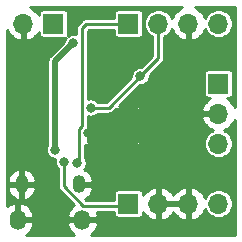
<source format=gbl>
%TF.GenerationSoftware,KiCad,Pcbnew,(5.1.10)-1*%
%TF.CreationDate,2021-06-21T20:23:21-05:00*%
%TF.ProjectId,USB_Dual_Supply,5553425f-4475-4616-9c5f-537570706c79,rev?*%
%TF.SameCoordinates,Original*%
%TF.FileFunction,Copper,L2,Bot*%
%TF.FilePolarity,Positive*%
%FSLAX46Y46*%
G04 Gerber Fmt 4.6, Leading zero omitted, Abs format (unit mm)*
G04 Created by KiCad (PCBNEW (5.1.10)-1) date 2021-06-21 20:23:21*
%MOMM*%
%LPD*%
G01*
G04 APERTURE LIST*
%TA.AperFunction,ComponentPad*%
%ADD10C,0.600000*%
%TD*%
%TA.AperFunction,SMDPad,CuDef*%
%ADD11R,2.650000X1.000000*%
%TD*%
%TA.AperFunction,ComponentPad*%
%ADD12O,1.100000X1.500000*%
%TD*%
%TA.AperFunction,ComponentPad*%
%ADD13O,1.350000X1.700000*%
%TD*%
%TA.AperFunction,ComponentPad*%
%ADD14R,1.700000X1.700000*%
%TD*%
%TA.AperFunction,ComponentPad*%
%ADD15O,1.700000X1.700000*%
%TD*%
%TA.AperFunction,ViaPad*%
%ADD16C,0.800000*%
%TD*%
%TA.AperFunction,Conductor*%
%ADD17C,0.254000*%
%TD*%
%TA.AperFunction,Conductor*%
%ADD18C,0.500000*%
%TD*%
%TA.AperFunction,Conductor*%
%ADD19C,0.250000*%
%TD*%
%TA.AperFunction,Conductor*%
%ADD20C,0.100000*%
%TD*%
G04 APERTURE END LIST*
D10*
%TO.P,U1,13*%
%TO.N,GND*%
X139446000Y-116332000D03*
X138446000Y-116332000D03*
X140446000Y-116332000D03*
D11*
X139446000Y-116332000D03*
%TD*%
D12*
%TO.P,J1,6*%
%TO.N,GND*%
X131667000Y-121559000D03*
X136507000Y-121559000D03*
D13*
X131357000Y-124559000D03*
X136817000Y-124559000D03*
%TD*%
D14*
%TO.P,J2,1*%
%TO.N,/VIN*%
X134366000Y-107950000D03*
D15*
%TO.P,J2,2*%
%TO.N,GND*%
X131826000Y-107950000D03*
%TD*%
D14*
%TO.P,J3,1*%
%TO.N,/USB_D+*%
X140716000Y-107950000D03*
D15*
%TO.P,J3,2*%
%TO.N,/VIN*%
X143256000Y-107950000D03*
%TO.P,J3,3*%
%TO.N,GND*%
X145796000Y-107950000D03*
%TO.P,J3,4*%
%TO.N,/VDD*%
X148336000Y-107950000D03*
%TD*%
%TO.P,J4,4*%
%TO.N,/VSS*%
X148336000Y-123190000D03*
%TO.P,J4,3*%
%TO.N,GND*%
X145796000Y-123190000D03*
%TO.P,J4,2*%
X143256000Y-123190000D03*
D14*
%TO.P,J4,1*%
%TO.N,/USB_D-*%
X140716000Y-123190000D03*
%TD*%
%TO.P,J5,1*%
%TO.N,/VDD*%
X148336000Y-113030000D03*
D15*
%TO.P,J5,2*%
%TO.N,GND*%
X148336000Y-115570000D03*
%TO.P,J5,3*%
%TO.N,/VSS*%
X148336000Y-118110000D03*
%TD*%
D16*
%TO.N,/VIN*%
X134491001Y-118619999D03*
X141732000Y-112395000D03*
X137504010Y-115062000D03*
X136017000Y-109600998D03*
%TO.N,GND*%
X139446000Y-111633000D03*
X147193000Y-111125000D03*
X143129000Y-120650000D03*
X137287000Y-117221000D03*
%TO.N,/USB_D-*%
X135255000Y-119634010D03*
%TO.N,/USB_D+*%
X136398000Y-119761000D03*
%TD*%
D17*
%TO.N,/VIN*%
X143256000Y-107950000D02*
X143256000Y-110871000D01*
X143256000Y-110871000D02*
X141732000Y-112395000D01*
X141732000Y-112395000D02*
X139065000Y-115062000D01*
X139065000Y-115062000D02*
X137504010Y-115062000D01*
D18*
X134491001Y-118619999D02*
X134491001Y-111126997D01*
X134491001Y-111126997D02*
X136017000Y-109600998D01*
D19*
%TO.N,/USB_D-*%
X135255000Y-121744451D02*
X135255000Y-119634010D01*
X136894539Y-123383990D02*
X135255000Y-121744451D01*
X140522010Y-123383990D02*
X136894539Y-123383990D01*
X140716000Y-123190000D02*
X140522010Y-123383990D01*
%TO.N,/USB_D+*%
X137160000Y-107950000D02*
X140716000Y-107950000D01*
X136779000Y-108331000D02*
X137160000Y-107950000D01*
X136779000Y-116655998D02*
X136779000Y-108331000D01*
X136561999Y-116872999D02*
X136779000Y-116655998D01*
X136561999Y-119597001D02*
X136561999Y-116872999D01*
X136398000Y-119761000D02*
X136561999Y-119597001D01*
%TD*%
D17*
%TO.N,GND*%
X149708000Y-115013782D02*
X149607641Y-114803080D01*
X149433588Y-114569731D01*
X149217355Y-114374822D01*
X149029367Y-114262843D01*
X149186000Y-114262843D01*
X149260689Y-114255487D01*
X149332508Y-114233701D01*
X149398696Y-114198322D01*
X149456711Y-114150711D01*
X149504322Y-114092696D01*
X149539701Y-114026508D01*
X149561487Y-113954689D01*
X149568843Y-113880000D01*
X149568843Y-112180000D01*
X149561487Y-112105311D01*
X149539701Y-112033492D01*
X149504322Y-111967304D01*
X149456711Y-111909289D01*
X149398696Y-111861678D01*
X149332508Y-111826299D01*
X149260689Y-111804513D01*
X149186000Y-111797157D01*
X147486000Y-111797157D01*
X147411311Y-111804513D01*
X147339492Y-111826299D01*
X147273304Y-111861678D01*
X147215289Y-111909289D01*
X147167678Y-111967304D01*
X147132299Y-112033492D01*
X147110513Y-112105311D01*
X147103157Y-112180000D01*
X147103157Y-113880000D01*
X147110513Y-113954689D01*
X147132299Y-114026508D01*
X147167678Y-114092696D01*
X147215289Y-114150711D01*
X147273304Y-114198322D01*
X147339492Y-114233701D01*
X147411311Y-114255487D01*
X147486000Y-114262843D01*
X147642633Y-114262843D01*
X147454645Y-114374822D01*
X147238412Y-114569731D01*
X147064359Y-114803080D01*
X146939175Y-115065901D01*
X146894524Y-115213110D01*
X147015845Y-115443000D01*
X148209000Y-115443000D01*
X148209000Y-115423000D01*
X148463000Y-115423000D01*
X148463000Y-115443000D01*
X148483000Y-115443000D01*
X148483000Y-115697000D01*
X148463000Y-115697000D01*
X148463000Y-115717000D01*
X148209000Y-115717000D01*
X148209000Y-115697000D01*
X147015845Y-115697000D01*
X146894524Y-115926890D01*
X146939175Y-116074099D01*
X147064359Y-116336920D01*
X147238412Y-116570269D01*
X147454645Y-116765178D01*
X147704748Y-116914157D01*
X147867168Y-116971772D01*
X147752903Y-117019102D01*
X147551283Y-117153820D01*
X147379820Y-117325283D01*
X147245102Y-117526903D01*
X147152307Y-117750931D01*
X147105000Y-117988757D01*
X147105000Y-118231243D01*
X147152307Y-118469069D01*
X147245102Y-118693097D01*
X147379820Y-118894717D01*
X147551283Y-119066180D01*
X147752903Y-119200898D01*
X147976931Y-119293693D01*
X148214757Y-119341000D01*
X148457243Y-119341000D01*
X148695069Y-119293693D01*
X148919097Y-119200898D01*
X149120717Y-119066180D01*
X149292180Y-118894717D01*
X149426898Y-118693097D01*
X149519693Y-118469069D01*
X149567000Y-118231243D01*
X149567000Y-117988757D01*
X149519693Y-117750931D01*
X149426898Y-117526903D01*
X149292180Y-117325283D01*
X149120717Y-117153820D01*
X148919097Y-117019102D01*
X148804832Y-116971772D01*
X148967252Y-116914157D01*
X149217355Y-116765178D01*
X149433588Y-116570269D01*
X149607641Y-116336920D01*
X149708000Y-116126217D01*
X149708001Y-125832000D01*
X137525798Y-125832000D01*
X137627196Y-125767478D01*
X137813250Y-125589559D01*
X137961019Y-125378761D01*
X138064824Y-125143185D01*
X138120675Y-124891884D01*
X137970573Y-124686000D01*
X136944000Y-124686000D01*
X136944000Y-124706000D01*
X136690000Y-124706000D01*
X136690000Y-124686000D01*
X135663427Y-124686000D01*
X135513325Y-124891884D01*
X135569176Y-125143185D01*
X135672981Y-125378761D01*
X135820750Y-125589559D01*
X136006804Y-125767478D01*
X136108202Y-125832000D01*
X132065798Y-125832000D01*
X132167196Y-125767478D01*
X132353250Y-125589559D01*
X132501019Y-125378761D01*
X132604824Y-125143185D01*
X132660675Y-124891884D01*
X132510573Y-124686000D01*
X131484000Y-124686000D01*
X131484000Y-124706000D01*
X131230000Y-124706000D01*
X131230000Y-124686000D01*
X131210000Y-124686000D01*
X131210000Y-124432000D01*
X131230000Y-124432000D01*
X131230000Y-123239776D01*
X131484000Y-123239776D01*
X131484000Y-124432000D01*
X132510573Y-124432000D01*
X132660675Y-124226116D01*
X132604824Y-123974815D01*
X132501019Y-123739239D01*
X132353250Y-123528441D01*
X132167196Y-123350522D01*
X131950007Y-123212319D01*
X131710029Y-123119143D01*
X131686400Y-123116090D01*
X131484000Y-123239776D01*
X131230000Y-123239776D01*
X131027600Y-123116090D01*
X131003971Y-123119143D01*
X130763993Y-123212319D01*
X130546804Y-123350522D01*
X130454000Y-123439268D01*
X130454000Y-121872884D01*
X130481316Y-121872884D01*
X130526316Y-122102011D01*
X130615152Y-122317957D01*
X130744410Y-122512422D01*
X130909123Y-122677934D01*
X131102961Y-122808131D01*
X131318474Y-122898011D01*
X131357256Y-122902803D01*
X131540000Y-122777361D01*
X131540000Y-121686000D01*
X131794000Y-121686000D01*
X131794000Y-122777361D01*
X131976744Y-122902803D01*
X132015526Y-122898011D01*
X132231039Y-122808131D01*
X132424877Y-122677934D01*
X132589590Y-122512422D01*
X132718848Y-122317957D01*
X132807684Y-122102011D01*
X132852684Y-121872884D01*
X132697152Y-121686000D01*
X131794000Y-121686000D01*
X131540000Y-121686000D01*
X130636848Y-121686000D01*
X130481316Y-121872884D01*
X130454000Y-121872884D01*
X130454000Y-121245116D01*
X130481316Y-121245116D01*
X130636848Y-121432000D01*
X131540000Y-121432000D01*
X131540000Y-120340639D01*
X131794000Y-120340639D01*
X131794000Y-121432000D01*
X132697152Y-121432000D01*
X132852684Y-121245116D01*
X132807684Y-121015989D01*
X132718848Y-120800043D01*
X132589590Y-120605578D01*
X132424877Y-120440066D01*
X132231039Y-120309869D01*
X132015526Y-120219989D01*
X131976744Y-120215197D01*
X131794000Y-120340639D01*
X131540000Y-120340639D01*
X131357256Y-120215197D01*
X131318474Y-120219989D01*
X131102961Y-120309869D01*
X130909123Y-120440066D01*
X130744410Y-120605578D01*
X130615152Y-120800043D01*
X130526316Y-121015989D01*
X130481316Y-121245116D01*
X130454000Y-121245116D01*
X130454000Y-108502761D01*
X130481843Y-108581252D01*
X130630822Y-108831355D01*
X130825731Y-109047588D01*
X131059080Y-109221641D01*
X131321901Y-109346825D01*
X131469110Y-109391476D01*
X131699000Y-109270155D01*
X131699000Y-108077000D01*
X131679000Y-108077000D01*
X131679000Y-107823000D01*
X131699000Y-107823000D01*
X131699000Y-107803000D01*
X131953000Y-107803000D01*
X131953000Y-107823000D01*
X131973000Y-107823000D01*
X131973000Y-108077000D01*
X131953000Y-108077000D01*
X131953000Y-109270155D01*
X132182890Y-109391476D01*
X132330099Y-109346825D01*
X132592920Y-109221641D01*
X132826269Y-109047588D01*
X133021178Y-108831355D01*
X133133157Y-108643367D01*
X133133157Y-108800000D01*
X133140513Y-108874689D01*
X133162299Y-108946508D01*
X133197678Y-109012696D01*
X133245289Y-109070711D01*
X133303304Y-109118322D01*
X133369492Y-109153701D01*
X133441311Y-109175487D01*
X133516000Y-109182843D01*
X135216000Y-109182843D01*
X135290689Y-109175487D01*
X135362508Y-109153701D01*
X135384388Y-109142005D01*
X135324887Y-109231056D01*
X135266013Y-109373189D01*
X135244553Y-109481077D01*
X134066734Y-110658896D01*
X134042659Y-110678654D01*
X134022901Y-110702729D01*
X134022898Y-110702732D01*
X133963805Y-110774737D01*
X133905212Y-110884356D01*
X133869131Y-111003300D01*
X133856949Y-111126997D01*
X133860002Y-111157997D01*
X133860001Y-118158594D01*
X133798888Y-118250057D01*
X133740014Y-118392190D01*
X133710001Y-118543077D01*
X133710001Y-118696921D01*
X133740014Y-118847808D01*
X133798888Y-118989941D01*
X133884359Y-119117858D01*
X133993142Y-119226641D01*
X134121059Y-119312112D01*
X134263192Y-119370986D01*
X134414079Y-119400999D01*
X134506168Y-119400999D01*
X134504013Y-119406201D01*
X134474000Y-119557088D01*
X134474000Y-119710932D01*
X134504013Y-119861819D01*
X134562887Y-120003952D01*
X134648358Y-120131869D01*
X134749001Y-120232512D01*
X134749000Y-121719605D01*
X134746553Y-121744451D01*
X134749000Y-121769297D01*
X134749000Y-121769304D01*
X134756322Y-121843643D01*
X134785255Y-121939025D01*
X134832241Y-122026930D01*
X134895473Y-122103978D01*
X134914785Y-122119827D01*
X136091552Y-123296595D01*
X136006804Y-123350522D01*
X135820750Y-123528441D01*
X135672981Y-123739239D01*
X135569176Y-123974815D01*
X135513325Y-124226116D01*
X135663427Y-124432000D01*
X136690000Y-124432000D01*
X136690000Y-124412000D01*
X136944000Y-124412000D01*
X136944000Y-124432000D01*
X137970573Y-124432000D01*
X138120675Y-124226116D01*
X138064824Y-123974815D01*
X138027446Y-123889990D01*
X139483157Y-123889990D01*
X139483157Y-124040000D01*
X139490513Y-124114689D01*
X139512299Y-124186508D01*
X139547678Y-124252696D01*
X139595289Y-124310711D01*
X139653304Y-124358322D01*
X139719492Y-124393701D01*
X139791311Y-124415487D01*
X139866000Y-124422843D01*
X141566000Y-124422843D01*
X141640689Y-124415487D01*
X141712508Y-124393701D01*
X141778696Y-124358322D01*
X141836711Y-124310711D01*
X141884322Y-124252696D01*
X141919701Y-124186508D01*
X141941487Y-124114689D01*
X141948843Y-124040000D01*
X141948843Y-123883367D01*
X142060822Y-124071355D01*
X142255731Y-124287588D01*
X142489080Y-124461641D01*
X142751901Y-124586825D01*
X142899110Y-124631476D01*
X143129000Y-124510155D01*
X143129000Y-123317000D01*
X143383000Y-123317000D01*
X143383000Y-124510155D01*
X143612890Y-124631476D01*
X143760099Y-124586825D01*
X144022920Y-124461641D01*
X144256269Y-124287588D01*
X144451178Y-124071355D01*
X144526000Y-123945745D01*
X144600822Y-124071355D01*
X144795731Y-124287588D01*
X145029080Y-124461641D01*
X145291901Y-124586825D01*
X145439110Y-124631476D01*
X145669000Y-124510155D01*
X145669000Y-123317000D01*
X143383000Y-123317000D01*
X143129000Y-123317000D01*
X143109000Y-123317000D01*
X143109000Y-123063000D01*
X143129000Y-123063000D01*
X143129000Y-121869845D01*
X143383000Y-121869845D01*
X143383000Y-123063000D01*
X145669000Y-123063000D01*
X145669000Y-121869845D01*
X145923000Y-121869845D01*
X145923000Y-123063000D01*
X145943000Y-123063000D01*
X145943000Y-123317000D01*
X145923000Y-123317000D01*
X145923000Y-124510155D01*
X146152890Y-124631476D01*
X146300099Y-124586825D01*
X146562920Y-124461641D01*
X146796269Y-124287588D01*
X146991178Y-124071355D01*
X147140157Y-123821252D01*
X147197772Y-123658832D01*
X147245102Y-123773097D01*
X147379820Y-123974717D01*
X147551283Y-124146180D01*
X147752903Y-124280898D01*
X147976931Y-124373693D01*
X148214757Y-124421000D01*
X148457243Y-124421000D01*
X148695069Y-124373693D01*
X148919097Y-124280898D01*
X149120717Y-124146180D01*
X149292180Y-123974717D01*
X149426898Y-123773097D01*
X149519693Y-123549069D01*
X149567000Y-123311243D01*
X149567000Y-123068757D01*
X149519693Y-122830931D01*
X149426898Y-122606903D01*
X149292180Y-122405283D01*
X149120717Y-122233820D01*
X148919097Y-122099102D01*
X148695069Y-122006307D01*
X148457243Y-121959000D01*
X148214757Y-121959000D01*
X147976931Y-122006307D01*
X147752903Y-122099102D01*
X147551283Y-122233820D01*
X147379820Y-122405283D01*
X147245102Y-122606903D01*
X147197772Y-122721168D01*
X147140157Y-122558748D01*
X146991178Y-122308645D01*
X146796269Y-122092412D01*
X146562920Y-121918359D01*
X146300099Y-121793175D01*
X146152890Y-121748524D01*
X145923000Y-121869845D01*
X145669000Y-121869845D01*
X145439110Y-121748524D01*
X145291901Y-121793175D01*
X145029080Y-121918359D01*
X144795731Y-122092412D01*
X144600822Y-122308645D01*
X144526000Y-122434255D01*
X144451178Y-122308645D01*
X144256269Y-122092412D01*
X144022920Y-121918359D01*
X143760099Y-121793175D01*
X143612890Y-121748524D01*
X143383000Y-121869845D01*
X143129000Y-121869845D01*
X142899110Y-121748524D01*
X142751901Y-121793175D01*
X142489080Y-121918359D01*
X142255731Y-122092412D01*
X142060822Y-122308645D01*
X141948843Y-122496633D01*
X141948843Y-122340000D01*
X141941487Y-122265311D01*
X141919701Y-122193492D01*
X141884322Y-122127304D01*
X141836711Y-122069289D01*
X141778696Y-122021678D01*
X141712508Y-121986299D01*
X141640689Y-121964513D01*
X141566000Y-121957157D01*
X139866000Y-121957157D01*
X139791311Y-121964513D01*
X139719492Y-121986299D01*
X139653304Y-122021678D01*
X139595289Y-122069289D01*
X139547678Y-122127304D01*
X139512299Y-122193492D01*
X139490513Y-122265311D01*
X139483157Y-122340000D01*
X139483157Y-122877990D01*
X137104131Y-122877990D01*
X137045093Y-122818952D01*
X137071039Y-122808131D01*
X137264877Y-122677934D01*
X137429590Y-122512422D01*
X137558848Y-122317957D01*
X137647684Y-122102011D01*
X137692684Y-121872884D01*
X137537152Y-121686000D01*
X136634000Y-121686000D01*
X136634000Y-121706000D01*
X136380000Y-121706000D01*
X136380000Y-121686000D01*
X136360000Y-121686000D01*
X136360000Y-121432000D01*
X136380000Y-121432000D01*
X136380000Y-121412000D01*
X136634000Y-121412000D01*
X136634000Y-121432000D01*
X137537152Y-121432000D01*
X137692684Y-121245116D01*
X137647684Y-121015989D01*
X137558848Y-120800043D01*
X137429590Y-120605578D01*
X137264877Y-120440066D01*
X137071039Y-120309869D01*
X136988186Y-120275315D01*
X137004642Y-120258859D01*
X137090113Y-120130942D01*
X137148987Y-119988809D01*
X137179000Y-119837922D01*
X137179000Y-119684078D01*
X137148987Y-119533191D01*
X137090113Y-119391058D01*
X137067999Y-119357962D01*
X137067999Y-118197125D01*
X137070197Y-118199803D01*
X137089443Y-118215597D01*
X137111399Y-118227333D01*
X137135224Y-118234560D01*
X137160000Y-118237000D01*
X141605000Y-118237000D01*
X141629776Y-118234560D01*
X141653601Y-118227333D01*
X141675557Y-118215597D01*
X141694803Y-118199803D01*
X141710597Y-118180557D01*
X141722333Y-118158601D01*
X141729560Y-118134776D01*
X141732000Y-118110000D01*
X141732000Y-115062000D01*
X141729560Y-115037224D01*
X141722333Y-115013399D01*
X141710597Y-114991443D01*
X141694803Y-114972197D01*
X141675557Y-114956403D01*
X141653601Y-114944667D01*
X141629776Y-114937440D01*
X141605000Y-114935000D01*
X139910420Y-114935000D01*
X141669420Y-113176000D01*
X141808922Y-113176000D01*
X141959809Y-113145987D01*
X142101942Y-113087113D01*
X142229859Y-113001642D01*
X142338642Y-112892859D01*
X142424113Y-112764942D01*
X142482987Y-112622809D01*
X142513000Y-112471922D01*
X142513000Y-112332420D01*
X143597571Y-111247850D01*
X143616948Y-111231948D01*
X143635624Y-111209190D01*
X143680429Y-111154596D01*
X143727600Y-111066345D01*
X143727601Y-111066343D01*
X143756649Y-110970585D01*
X143764000Y-110895947D01*
X143764000Y-110895945D01*
X143766457Y-110871001D01*
X143764000Y-110846057D01*
X143764000Y-109072004D01*
X143839097Y-109040898D01*
X144040717Y-108906180D01*
X144212180Y-108734717D01*
X144346898Y-108533097D01*
X144394228Y-108418832D01*
X144451843Y-108581252D01*
X144600822Y-108831355D01*
X144795731Y-109047588D01*
X145029080Y-109221641D01*
X145291901Y-109346825D01*
X145439110Y-109391476D01*
X145669000Y-109270155D01*
X145669000Y-108077000D01*
X145649000Y-108077000D01*
X145649000Y-107823000D01*
X145669000Y-107823000D01*
X145669000Y-107803000D01*
X145923000Y-107803000D01*
X145923000Y-107823000D01*
X145943000Y-107823000D01*
X145943000Y-108077000D01*
X145923000Y-108077000D01*
X145923000Y-109270155D01*
X146152890Y-109391476D01*
X146300099Y-109346825D01*
X146562920Y-109221641D01*
X146796269Y-109047588D01*
X146991178Y-108831355D01*
X147140157Y-108581252D01*
X147197772Y-108418832D01*
X147245102Y-108533097D01*
X147379820Y-108734717D01*
X147551283Y-108906180D01*
X147752903Y-109040898D01*
X147976931Y-109133693D01*
X148214757Y-109181000D01*
X148457243Y-109181000D01*
X148695069Y-109133693D01*
X148919097Y-109040898D01*
X149120717Y-108906180D01*
X149292180Y-108734717D01*
X149426898Y-108533097D01*
X149519693Y-108309069D01*
X149567000Y-108071243D01*
X149567000Y-107828757D01*
X149519693Y-107590931D01*
X149426898Y-107366903D01*
X149292180Y-107165283D01*
X149120717Y-106993820D01*
X148919097Y-106859102D01*
X148695069Y-106766307D01*
X148457243Y-106719000D01*
X148214757Y-106719000D01*
X147976931Y-106766307D01*
X147752903Y-106859102D01*
X147551283Y-106993820D01*
X147379820Y-107165283D01*
X147245102Y-107366903D01*
X147197772Y-107481168D01*
X147140157Y-107318748D01*
X146991178Y-107068645D01*
X146796269Y-106852412D01*
X146562920Y-106678359D01*
X146352219Y-106578000D01*
X149708000Y-106578000D01*
X149708000Y-115013782D01*
%TA.AperFunction,Conductor*%
D20*
G36*
X149708000Y-115013782D02*
G01*
X149607641Y-114803080D01*
X149433588Y-114569731D01*
X149217355Y-114374822D01*
X149029367Y-114262843D01*
X149186000Y-114262843D01*
X149260689Y-114255487D01*
X149332508Y-114233701D01*
X149398696Y-114198322D01*
X149456711Y-114150711D01*
X149504322Y-114092696D01*
X149539701Y-114026508D01*
X149561487Y-113954689D01*
X149568843Y-113880000D01*
X149568843Y-112180000D01*
X149561487Y-112105311D01*
X149539701Y-112033492D01*
X149504322Y-111967304D01*
X149456711Y-111909289D01*
X149398696Y-111861678D01*
X149332508Y-111826299D01*
X149260689Y-111804513D01*
X149186000Y-111797157D01*
X147486000Y-111797157D01*
X147411311Y-111804513D01*
X147339492Y-111826299D01*
X147273304Y-111861678D01*
X147215289Y-111909289D01*
X147167678Y-111967304D01*
X147132299Y-112033492D01*
X147110513Y-112105311D01*
X147103157Y-112180000D01*
X147103157Y-113880000D01*
X147110513Y-113954689D01*
X147132299Y-114026508D01*
X147167678Y-114092696D01*
X147215289Y-114150711D01*
X147273304Y-114198322D01*
X147339492Y-114233701D01*
X147411311Y-114255487D01*
X147486000Y-114262843D01*
X147642633Y-114262843D01*
X147454645Y-114374822D01*
X147238412Y-114569731D01*
X147064359Y-114803080D01*
X146939175Y-115065901D01*
X146894524Y-115213110D01*
X147015845Y-115443000D01*
X148209000Y-115443000D01*
X148209000Y-115423000D01*
X148463000Y-115423000D01*
X148463000Y-115443000D01*
X148483000Y-115443000D01*
X148483000Y-115697000D01*
X148463000Y-115697000D01*
X148463000Y-115717000D01*
X148209000Y-115717000D01*
X148209000Y-115697000D01*
X147015845Y-115697000D01*
X146894524Y-115926890D01*
X146939175Y-116074099D01*
X147064359Y-116336920D01*
X147238412Y-116570269D01*
X147454645Y-116765178D01*
X147704748Y-116914157D01*
X147867168Y-116971772D01*
X147752903Y-117019102D01*
X147551283Y-117153820D01*
X147379820Y-117325283D01*
X147245102Y-117526903D01*
X147152307Y-117750931D01*
X147105000Y-117988757D01*
X147105000Y-118231243D01*
X147152307Y-118469069D01*
X147245102Y-118693097D01*
X147379820Y-118894717D01*
X147551283Y-119066180D01*
X147752903Y-119200898D01*
X147976931Y-119293693D01*
X148214757Y-119341000D01*
X148457243Y-119341000D01*
X148695069Y-119293693D01*
X148919097Y-119200898D01*
X149120717Y-119066180D01*
X149292180Y-118894717D01*
X149426898Y-118693097D01*
X149519693Y-118469069D01*
X149567000Y-118231243D01*
X149567000Y-117988757D01*
X149519693Y-117750931D01*
X149426898Y-117526903D01*
X149292180Y-117325283D01*
X149120717Y-117153820D01*
X148919097Y-117019102D01*
X148804832Y-116971772D01*
X148967252Y-116914157D01*
X149217355Y-116765178D01*
X149433588Y-116570269D01*
X149607641Y-116336920D01*
X149708000Y-116126217D01*
X149708001Y-125832000D01*
X137525798Y-125832000D01*
X137627196Y-125767478D01*
X137813250Y-125589559D01*
X137961019Y-125378761D01*
X138064824Y-125143185D01*
X138120675Y-124891884D01*
X137970573Y-124686000D01*
X136944000Y-124686000D01*
X136944000Y-124706000D01*
X136690000Y-124706000D01*
X136690000Y-124686000D01*
X135663427Y-124686000D01*
X135513325Y-124891884D01*
X135569176Y-125143185D01*
X135672981Y-125378761D01*
X135820750Y-125589559D01*
X136006804Y-125767478D01*
X136108202Y-125832000D01*
X132065798Y-125832000D01*
X132167196Y-125767478D01*
X132353250Y-125589559D01*
X132501019Y-125378761D01*
X132604824Y-125143185D01*
X132660675Y-124891884D01*
X132510573Y-124686000D01*
X131484000Y-124686000D01*
X131484000Y-124706000D01*
X131230000Y-124706000D01*
X131230000Y-124686000D01*
X131210000Y-124686000D01*
X131210000Y-124432000D01*
X131230000Y-124432000D01*
X131230000Y-123239776D01*
X131484000Y-123239776D01*
X131484000Y-124432000D01*
X132510573Y-124432000D01*
X132660675Y-124226116D01*
X132604824Y-123974815D01*
X132501019Y-123739239D01*
X132353250Y-123528441D01*
X132167196Y-123350522D01*
X131950007Y-123212319D01*
X131710029Y-123119143D01*
X131686400Y-123116090D01*
X131484000Y-123239776D01*
X131230000Y-123239776D01*
X131027600Y-123116090D01*
X131003971Y-123119143D01*
X130763993Y-123212319D01*
X130546804Y-123350522D01*
X130454000Y-123439268D01*
X130454000Y-121872884D01*
X130481316Y-121872884D01*
X130526316Y-122102011D01*
X130615152Y-122317957D01*
X130744410Y-122512422D01*
X130909123Y-122677934D01*
X131102961Y-122808131D01*
X131318474Y-122898011D01*
X131357256Y-122902803D01*
X131540000Y-122777361D01*
X131540000Y-121686000D01*
X131794000Y-121686000D01*
X131794000Y-122777361D01*
X131976744Y-122902803D01*
X132015526Y-122898011D01*
X132231039Y-122808131D01*
X132424877Y-122677934D01*
X132589590Y-122512422D01*
X132718848Y-122317957D01*
X132807684Y-122102011D01*
X132852684Y-121872884D01*
X132697152Y-121686000D01*
X131794000Y-121686000D01*
X131540000Y-121686000D01*
X130636848Y-121686000D01*
X130481316Y-121872884D01*
X130454000Y-121872884D01*
X130454000Y-121245116D01*
X130481316Y-121245116D01*
X130636848Y-121432000D01*
X131540000Y-121432000D01*
X131540000Y-120340639D01*
X131794000Y-120340639D01*
X131794000Y-121432000D01*
X132697152Y-121432000D01*
X132852684Y-121245116D01*
X132807684Y-121015989D01*
X132718848Y-120800043D01*
X132589590Y-120605578D01*
X132424877Y-120440066D01*
X132231039Y-120309869D01*
X132015526Y-120219989D01*
X131976744Y-120215197D01*
X131794000Y-120340639D01*
X131540000Y-120340639D01*
X131357256Y-120215197D01*
X131318474Y-120219989D01*
X131102961Y-120309869D01*
X130909123Y-120440066D01*
X130744410Y-120605578D01*
X130615152Y-120800043D01*
X130526316Y-121015989D01*
X130481316Y-121245116D01*
X130454000Y-121245116D01*
X130454000Y-108502761D01*
X130481843Y-108581252D01*
X130630822Y-108831355D01*
X130825731Y-109047588D01*
X131059080Y-109221641D01*
X131321901Y-109346825D01*
X131469110Y-109391476D01*
X131699000Y-109270155D01*
X131699000Y-108077000D01*
X131679000Y-108077000D01*
X131679000Y-107823000D01*
X131699000Y-107823000D01*
X131699000Y-107803000D01*
X131953000Y-107803000D01*
X131953000Y-107823000D01*
X131973000Y-107823000D01*
X131973000Y-108077000D01*
X131953000Y-108077000D01*
X131953000Y-109270155D01*
X132182890Y-109391476D01*
X132330099Y-109346825D01*
X132592920Y-109221641D01*
X132826269Y-109047588D01*
X133021178Y-108831355D01*
X133133157Y-108643367D01*
X133133157Y-108800000D01*
X133140513Y-108874689D01*
X133162299Y-108946508D01*
X133197678Y-109012696D01*
X133245289Y-109070711D01*
X133303304Y-109118322D01*
X133369492Y-109153701D01*
X133441311Y-109175487D01*
X133516000Y-109182843D01*
X135216000Y-109182843D01*
X135290689Y-109175487D01*
X135362508Y-109153701D01*
X135384388Y-109142005D01*
X135324887Y-109231056D01*
X135266013Y-109373189D01*
X135244553Y-109481077D01*
X134066734Y-110658896D01*
X134042659Y-110678654D01*
X134022901Y-110702729D01*
X134022898Y-110702732D01*
X133963805Y-110774737D01*
X133905212Y-110884356D01*
X133869131Y-111003300D01*
X133856949Y-111126997D01*
X133860002Y-111157997D01*
X133860001Y-118158594D01*
X133798888Y-118250057D01*
X133740014Y-118392190D01*
X133710001Y-118543077D01*
X133710001Y-118696921D01*
X133740014Y-118847808D01*
X133798888Y-118989941D01*
X133884359Y-119117858D01*
X133993142Y-119226641D01*
X134121059Y-119312112D01*
X134263192Y-119370986D01*
X134414079Y-119400999D01*
X134506168Y-119400999D01*
X134504013Y-119406201D01*
X134474000Y-119557088D01*
X134474000Y-119710932D01*
X134504013Y-119861819D01*
X134562887Y-120003952D01*
X134648358Y-120131869D01*
X134749001Y-120232512D01*
X134749000Y-121719605D01*
X134746553Y-121744451D01*
X134749000Y-121769297D01*
X134749000Y-121769304D01*
X134756322Y-121843643D01*
X134785255Y-121939025D01*
X134832241Y-122026930D01*
X134895473Y-122103978D01*
X134914785Y-122119827D01*
X136091552Y-123296595D01*
X136006804Y-123350522D01*
X135820750Y-123528441D01*
X135672981Y-123739239D01*
X135569176Y-123974815D01*
X135513325Y-124226116D01*
X135663427Y-124432000D01*
X136690000Y-124432000D01*
X136690000Y-124412000D01*
X136944000Y-124412000D01*
X136944000Y-124432000D01*
X137970573Y-124432000D01*
X138120675Y-124226116D01*
X138064824Y-123974815D01*
X138027446Y-123889990D01*
X139483157Y-123889990D01*
X139483157Y-124040000D01*
X139490513Y-124114689D01*
X139512299Y-124186508D01*
X139547678Y-124252696D01*
X139595289Y-124310711D01*
X139653304Y-124358322D01*
X139719492Y-124393701D01*
X139791311Y-124415487D01*
X139866000Y-124422843D01*
X141566000Y-124422843D01*
X141640689Y-124415487D01*
X141712508Y-124393701D01*
X141778696Y-124358322D01*
X141836711Y-124310711D01*
X141884322Y-124252696D01*
X141919701Y-124186508D01*
X141941487Y-124114689D01*
X141948843Y-124040000D01*
X141948843Y-123883367D01*
X142060822Y-124071355D01*
X142255731Y-124287588D01*
X142489080Y-124461641D01*
X142751901Y-124586825D01*
X142899110Y-124631476D01*
X143129000Y-124510155D01*
X143129000Y-123317000D01*
X143383000Y-123317000D01*
X143383000Y-124510155D01*
X143612890Y-124631476D01*
X143760099Y-124586825D01*
X144022920Y-124461641D01*
X144256269Y-124287588D01*
X144451178Y-124071355D01*
X144526000Y-123945745D01*
X144600822Y-124071355D01*
X144795731Y-124287588D01*
X145029080Y-124461641D01*
X145291901Y-124586825D01*
X145439110Y-124631476D01*
X145669000Y-124510155D01*
X145669000Y-123317000D01*
X143383000Y-123317000D01*
X143129000Y-123317000D01*
X143109000Y-123317000D01*
X143109000Y-123063000D01*
X143129000Y-123063000D01*
X143129000Y-121869845D01*
X143383000Y-121869845D01*
X143383000Y-123063000D01*
X145669000Y-123063000D01*
X145669000Y-121869845D01*
X145923000Y-121869845D01*
X145923000Y-123063000D01*
X145943000Y-123063000D01*
X145943000Y-123317000D01*
X145923000Y-123317000D01*
X145923000Y-124510155D01*
X146152890Y-124631476D01*
X146300099Y-124586825D01*
X146562920Y-124461641D01*
X146796269Y-124287588D01*
X146991178Y-124071355D01*
X147140157Y-123821252D01*
X147197772Y-123658832D01*
X147245102Y-123773097D01*
X147379820Y-123974717D01*
X147551283Y-124146180D01*
X147752903Y-124280898D01*
X147976931Y-124373693D01*
X148214757Y-124421000D01*
X148457243Y-124421000D01*
X148695069Y-124373693D01*
X148919097Y-124280898D01*
X149120717Y-124146180D01*
X149292180Y-123974717D01*
X149426898Y-123773097D01*
X149519693Y-123549069D01*
X149567000Y-123311243D01*
X149567000Y-123068757D01*
X149519693Y-122830931D01*
X149426898Y-122606903D01*
X149292180Y-122405283D01*
X149120717Y-122233820D01*
X148919097Y-122099102D01*
X148695069Y-122006307D01*
X148457243Y-121959000D01*
X148214757Y-121959000D01*
X147976931Y-122006307D01*
X147752903Y-122099102D01*
X147551283Y-122233820D01*
X147379820Y-122405283D01*
X147245102Y-122606903D01*
X147197772Y-122721168D01*
X147140157Y-122558748D01*
X146991178Y-122308645D01*
X146796269Y-122092412D01*
X146562920Y-121918359D01*
X146300099Y-121793175D01*
X146152890Y-121748524D01*
X145923000Y-121869845D01*
X145669000Y-121869845D01*
X145439110Y-121748524D01*
X145291901Y-121793175D01*
X145029080Y-121918359D01*
X144795731Y-122092412D01*
X144600822Y-122308645D01*
X144526000Y-122434255D01*
X144451178Y-122308645D01*
X144256269Y-122092412D01*
X144022920Y-121918359D01*
X143760099Y-121793175D01*
X143612890Y-121748524D01*
X143383000Y-121869845D01*
X143129000Y-121869845D01*
X142899110Y-121748524D01*
X142751901Y-121793175D01*
X142489080Y-121918359D01*
X142255731Y-122092412D01*
X142060822Y-122308645D01*
X141948843Y-122496633D01*
X141948843Y-122340000D01*
X141941487Y-122265311D01*
X141919701Y-122193492D01*
X141884322Y-122127304D01*
X141836711Y-122069289D01*
X141778696Y-122021678D01*
X141712508Y-121986299D01*
X141640689Y-121964513D01*
X141566000Y-121957157D01*
X139866000Y-121957157D01*
X139791311Y-121964513D01*
X139719492Y-121986299D01*
X139653304Y-122021678D01*
X139595289Y-122069289D01*
X139547678Y-122127304D01*
X139512299Y-122193492D01*
X139490513Y-122265311D01*
X139483157Y-122340000D01*
X139483157Y-122877990D01*
X137104131Y-122877990D01*
X137045093Y-122818952D01*
X137071039Y-122808131D01*
X137264877Y-122677934D01*
X137429590Y-122512422D01*
X137558848Y-122317957D01*
X137647684Y-122102011D01*
X137692684Y-121872884D01*
X137537152Y-121686000D01*
X136634000Y-121686000D01*
X136634000Y-121706000D01*
X136380000Y-121706000D01*
X136380000Y-121686000D01*
X136360000Y-121686000D01*
X136360000Y-121432000D01*
X136380000Y-121432000D01*
X136380000Y-121412000D01*
X136634000Y-121412000D01*
X136634000Y-121432000D01*
X137537152Y-121432000D01*
X137692684Y-121245116D01*
X137647684Y-121015989D01*
X137558848Y-120800043D01*
X137429590Y-120605578D01*
X137264877Y-120440066D01*
X137071039Y-120309869D01*
X136988186Y-120275315D01*
X137004642Y-120258859D01*
X137090113Y-120130942D01*
X137148987Y-119988809D01*
X137179000Y-119837922D01*
X137179000Y-119684078D01*
X137148987Y-119533191D01*
X137090113Y-119391058D01*
X137067999Y-119357962D01*
X137067999Y-118197125D01*
X137070197Y-118199803D01*
X137089443Y-118215597D01*
X137111399Y-118227333D01*
X137135224Y-118234560D01*
X137160000Y-118237000D01*
X141605000Y-118237000D01*
X141629776Y-118234560D01*
X141653601Y-118227333D01*
X141675557Y-118215597D01*
X141694803Y-118199803D01*
X141710597Y-118180557D01*
X141722333Y-118158601D01*
X141729560Y-118134776D01*
X141732000Y-118110000D01*
X141732000Y-115062000D01*
X141729560Y-115037224D01*
X141722333Y-115013399D01*
X141710597Y-114991443D01*
X141694803Y-114972197D01*
X141675557Y-114956403D01*
X141653601Y-114944667D01*
X141629776Y-114937440D01*
X141605000Y-114935000D01*
X139910420Y-114935000D01*
X141669420Y-113176000D01*
X141808922Y-113176000D01*
X141959809Y-113145987D01*
X142101942Y-113087113D01*
X142229859Y-113001642D01*
X142338642Y-112892859D01*
X142424113Y-112764942D01*
X142482987Y-112622809D01*
X142513000Y-112471922D01*
X142513000Y-112332420D01*
X143597571Y-111247850D01*
X143616948Y-111231948D01*
X143635624Y-111209190D01*
X143680429Y-111154596D01*
X143727600Y-111066345D01*
X143727601Y-111066343D01*
X143756649Y-110970585D01*
X143764000Y-110895947D01*
X143764000Y-110895945D01*
X143766457Y-110871001D01*
X143764000Y-110846057D01*
X143764000Y-109072004D01*
X143839097Y-109040898D01*
X144040717Y-108906180D01*
X144212180Y-108734717D01*
X144346898Y-108533097D01*
X144394228Y-108418832D01*
X144451843Y-108581252D01*
X144600822Y-108831355D01*
X144795731Y-109047588D01*
X145029080Y-109221641D01*
X145291901Y-109346825D01*
X145439110Y-109391476D01*
X145669000Y-109270155D01*
X145669000Y-108077000D01*
X145649000Y-108077000D01*
X145649000Y-107823000D01*
X145669000Y-107823000D01*
X145669000Y-107803000D01*
X145923000Y-107803000D01*
X145923000Y-107823000D01*
X145943000Y-107823000D01*
X145943000Y-108077000D01*
X145923000Y-108077000D01*
X145923000Y-109270155D01*
X146152890Y-109391476D01*
X146300099Y-109346825D01*
X146562920Y-109221641D01*
X146796269Y-109047588D01*
X146991178Y-108831355D01*
X147140157Y-108581252D01*
X147197772Y-108418832D01*
X147245102Y-108533097D01*
X147379820Y-108734717D01*
X147551283Y-108906180D01*
X147752903Y-109040898D01*
X147976931Y-109133693D01*
X148214757Y-109181000D01*
X148457243Y-109181000D01*
X148695069Y-109133693D01*
X148919097Y-109040898D01*
X149120717Y-108906180D01*
X149292180Y-108734717D01*
X149426898Y-108533097D01*
X149519693Y-108309069D01*
X149567000Y-108071243D01*
X149567000Y-107828757D01*
X149519693Y-107590931D01*
X149426898Y-107366903D01*
X149292180Y-107165283D01*
X149120717Y-106993820D01*
X148919097Y-106859102D01*
X148695069Y-106766307D01*
X148457243Y-106719000D01*
X148214757Y-106719000D01*
X147976931Y-106766307D01*
X147752903Y-106859102D01*
X147551283Y-106993820D01*
X147379820Y-107165283D01*
X147245102Y-107366903D01*
X147197772Y-107481168D01*
X147140157Y-107318748D01*
X146991178Y-107068645D01*
X146796269Y-106852412D01*
X146562920Y-106678359D01*
X146352219Y-106578000D01*
X149708000Y-106578000D01*
X149708000Y-115013782D01*
G37*
%TD.AperFunction*%
D17*
X145029080Y-106678359D02*
X144795731Y-106852412D01*
X144600822Y-107068645D01*
X144451843Y-107318748D01*
X144394228Y-107481168D01*
X144346898Y-107366903D01*
X144212180Y-107165283D01*
X144040717Y-106993820D01*
X143839097Y-106859102D01*
X143615069Y-106766307D01*
X143377243Y-106719000D01*
X143134757Y-106719000D01*
X142896931Y-106766307D01*
X142672903Y-106859102D01*
X142471283Y-106993820D01*
X142299820Y-107165283D01*
X142165102Y-107366903D01*
X142072307Y-107590931D01*
X142025000Y-107828757D01*
X142025000Y-108071243D01*
X142072307Y-108309069D01*
X142165102Y-108533097D01*
X142299820Y-108734717D01*
X142471283Y-108906180D01*
X142672903Y-109040898D01*
X142748000Y-109072004D01*
X142748001Y-110660578D01*
X141794580Y-111614000D01*
X141655078Y-111614000D01*
X141504191Y-111644013D01*
X141362058Y-111702887D01*
X141234141Y-111788358D01*
X141125358Y-111897141D01*
X141039887Y-112025058D01*
X140981013Y-112167191D01*
X140951000Y-112318078D01*
X140951000Y-112457580D01*
X138854580Y-114554000D01*
X138100511Y-114554000D01*
X138001869Y-114455358D01*
X137873952Y-114369887D01*
X137731819Y-114311013D01*
X137580932Y-114281000D01*
X137427088Y-114281000D01*
X137285000Y-114309263D01*
X137285000Y-108540591D01*
X137369592Y-108456000D01*
X139483157Y-108456000D01*
X139483157Y-108800000D01*
X139490513Y-108874689D01*
X139512299Y-108946508D01*
X139547678Y-109012696D01*
X139595289Y-109070711D01*
X139653304Y-109118322D01*
X139719492Y-109153701D01*
X139791311Y-109175487D01*
X139866000Y-109182843D01*
X141566000Y-109182843D01*
X141640689Y-109175487D01*
X141712508Y-109153701D01*
X141778696Y-109118322D01*
X141836711Y-109070711D01*
X141884322Y-109012696D01*
X141919701Y-108946508D01*
X141941487Y-108874689D01*
X141948843Y-108800000D01*
X141948843Y-107100000D01*
X141941487Y-107025311D01*
X141919701Y-106953492D01*
X141884322Y-106887304D01*
X141836711Y-106829289D01*
X141778696Y-106781678D01*
X141712508Y-106746299D01*
X141640689Y-106724513D01*
X141566000Y-106717157D01*
X139866000Y-106717157D01*
X139791311Y-106724513D01*
X139719492Y-106746299D01*
X139653304Y-106781678D01*
X139595289Y-106829289D01*
X139547678Y-106887304D01*
X139512299Y-106953492D01*
X139490513Y-107025311D01*
X139483157Y-107100000D01*
X139483157Y-107444000D01*
X137184845Y-107444000D01*
X137159999Y-107441553D01*
X137135153Y-107444000D01*
X137135146Y-107444000D01*
X137070694Y-107450348D01*
X137060806Y-107451322D01*
X137038607Y-107458056D01*
X136965425Y-107480255D01*
X136877521Y-107527241D01*
X136800473Y-107590473D01*
X136784628Y-107609780D01*
X136438780Y-107955629D01*
X136419474Y-107971473D01*
X136356242Y-108048521D01*
X136344097Y-108071243D01*
X136309255Y-108136426D01*
X136280322Y-108231808D01*
X136270553Y-108331000D01*
X136273001Y-108355856D01*
X136273001Y-108861689D01*
X136244809Y-108850011D01*
X136093922Y-108819998D01*
X135940078Y-108819998D01*
X135789191Y-108850011D01*
X135647058Y-108908885D01*
X135558006Y-108968387D01*
X135569701Y-108946508D01*
X135591487Y-108874689D01*
X135598843Y-108800000D01*
X135598843Y-107100000D01*
X135591487Y-107025311D01*
X135569701Y-106953492D01*
X135534322Y-106887304D01*
X135486711Y-106829289D01*
X135428696Y-106781678D01*
X135362508Y-106746299D01*
X135290689Y-106724513D01*
X135216000Y-106717157D01*
X133516000Y-106717157D01*
X133441311Y-106724513D01*
X133369492Y-106746299D01*
X133303304Y-106781678D01*
X133245289Y-106829289D01*
X133197678Y-106887304D01*
X133162299Y-106953492D01*
X133140513Y-107025311D01*
X133133157Y-107100000D01*
X133133157Y-107256633D01*
X133021178Y-107068645D01*
X132826269Y-106852412D01*
X132592920Y-106678359D01*
X132382219Y-106578000D01*
X145239781Y-106578000D01*
X145029080Y-106678359D01*
%TA.AperFunction,Conductor*%
D20*
G36*
X145029080Y-106678359D02*
G01*
X144795731Y-106852412D01*
X144600822Y-107068645D01*
X144451843Y-107318748D01*
X144394228Y-107481168D01*
X144346898Y-107366903D01*
X144212180Y-107165283D01*
X144040717Y-106993820D01*
X143839097Y-106859102D01*
X143615069Y-106766307D01*
X143377243Y-106719000D01*
X143134757Y-106719000D01*
X142896931Y-106766307D01*
X142672903Y-106859102D01*
X142471283Y-106993820D01*
X142299820Y-107165283D01*
X142165102Y-107366903D01*
X142072307Y-107590931D01*
X142025000Y-107828757D01*
X142025000Y-108071243D01*
X142072307Y-108309069D01*
X142165102Y-108533097D01*
X142299820Y-108734717D01*
X142471283Y-108906180D01*
X142672903Y-109040898D01*
X142748000Y-109072004D01*
X142748001Y-110660578D01*
X141794580Y-111614000D01*
X141655078Y-111614000D01*
X141504191Y-111644013D01*
X141362058Y-111702887D01*
X141234141Y-111788358D01*
X141125358Y-111897141D01*
X141039887Y-112025058D01*
X140981013Y-112167191D01*
X140951000Y-112318078D01*
X140951000Y-112457580D01*
X138854580Y-114554000D01*
X138100511Y-114554000D01*
X138001869Y-114455358D01*
X137873952Y-114369887D01*
X137731819Y-114311013D01*
X137580932Y-114281000D01*
X137427088Y-114281000D01*
X137285000Y-114309263D01*
X137285000Y-108540591D01*
X137369592Y-108456000D01*
X139483157Y-108456000D01*
X139483157Y-108800000D01*
X139490513Y-108874689D01*
X139512299Y-108946508D01*
X139547678Y-109012696D01*
X139595289Y-109070711D01*
X139653304Y-109118322D01*
X139719492Y-109153701D01*
X139791311Y-109175487D01*
X139866000Y-109182843D01*
X141566000Y-109182843D01*
X141640689Y-109175487D01*
X141712508Y-109153701D01*
X141778696Y-109118322D01*
X141836711Y-109070711D01*
X141884322Y-109012696D01*
X141919701Y-108946508D01*
X141941487Y-108874689D01*
X141948843Y-108800000D01*
X141948843Y-107100000D01*
X141941487Y-107025311D01*
X141919701Y-106953492D01*
X141884322Y-106887304D01*
X141836711Y-106829289D01*
X141778696Y-106781678D01*
X141712508Y-106746299D01*
X141640689Y-106724513D01*
X141566000Y-106717157D01*
X139866000Y-106717157D01*
X139791311Y-106724513D01*
X139719492Y-106746299D01*
X139653304Y-106781678D01*
X139595289Y-106829289D01*
X139547678Y-106887304D01*
X139512299Y-106953492D01*
X139490513Y-107025311D01*
X139483157Y-107100000D01*
X139483157Y-107444000D01*
X137184845Y-107444000D01*
X137159999Y-107441553D01*
X137135153Y-107444000D01*
X137135146Y-107444000D01*
X137070694Y-107450348D01*
X137060806Y-107451322D01*
X137038607Y-107458056D01*
X136965425Y-107480255D01*
X136877521Y-107527241D01*
X136800473Y-107590473D01*
X136784628Y-107609780D01*
X136438780Y-107955629D01*
X136419474Y-107971473D01*
X136356242Y-108048521D01*
X136344097Y-108071243D01*
X136309255Y-108136426D01*
X136280322Y-108231808D01*
X136270553Y-108331000D01*
X136273001Y-108355856D01*
X136273001Y-108861689D01*
X136244809Y-108850011D01*
X136093922Y-108819998D01*
X135940078Y-108819998D01*
X135789191Y-108850011D01*
X135647058Y-108908885D01*
X135558006Y-108968387D01*
X135569701Y-108946508D01*
X135591487Y-108874689D01*
X135598843Y-108800000D01*
X135598843Y-107100000D01*
X135591487Y-107025311D01*
X135569701Y-106953492D01*
X135534322Y-106887304D01*
X135486711Y-106829289D01*
X135428696Y-106781678D01*
X135362508Y-106746299D01*
X135290689Y-106724513D01*
X135216000Y-106717157D01*
X133516000Y-106717157D01*
X133441311Y-106724513D01*
X133369492Y-106746299D01*
X133303304Y-106781678D01*
X133245289Y-106829289D01*
X133197678Y-106887304D01*
X133162299Y-106953492D01*
X133140513Y-107025311D01*
X133133157Y-107100000D01*
X133133157Y-107256633D01*
X133021178Y-107068645D01*
X132826269Y-106852412D01*
X132592920Y-106678359D01*
X132382219Y-106578000D01*
X145239781Y-106578000D01*
X145029080Y-106678359D01*
G37*
%TD.AperFunction*%
%TD*%
D17*
%TO.N,GND*%
X141478000Y-117983000D02*
X137287000Y-117983000D01*
X137287000Y-116660546D01*
X137287448Y-116655998D01*
X137287000Y-116651450D01*
X137287000Y-115815135D01*
X137427088Y-115843000D01*
X137580932Y-115843000D01*
X137731819Y-115812987D01*
X137873952Y-115754113D01*
X138001869Y-115668642D01*
X138100511Y-115570000D01*
X139040056Y-115570000D01*
X139065000Y-115572457D01*
X139089944Y-115570000D01*
X139089947Y-115570000D01*
X139164585Y-115562649D01*
X139260343Y-115533601D01*
X139348595Y-115486429D01*
X139425948Y-115422948D01*
X139441855Y-115403565D01*
X139656420Y-115189000D01*
X141478000Y-115189000D01*
X141478000Y-117983000D01*
%TA.AperFunction,Conductor*%
D20*
G36*
X141478000Y-117983000D02*
G01*
X137287000Y-117983000D01*
X137287000Y-116660546D01*
X137287448Y-116655998D01*
X137287000Y-116651450D01*
X137287000Y-115815135D01*
X137427088Y-115843000D01*
X137580932Y-115843000D01*
X137731819Y-115812987D01*
X137873952Y-115754113D01*
X138001869Y-115668642D01*
X138100511Y-115570000D01*
X139040056Y-115570000D01*
X139065000Y-115572457D01*
X139089944Y-115570000D01*
X139089947Y-115570000D01*
X139164585Y-115562649D01*
X139260343Y-115533601D01*
X139348595Y-115486429D01*
X139425948Y-115422948D01*
X139441855Y-115403565D01*
X139656420Y-115189000D01*
X141478000Y-115189000D01*
X141478000Y-117983000D01*
G37*
%TD.AperFunction*%
%TD*%
M02*

</source>
